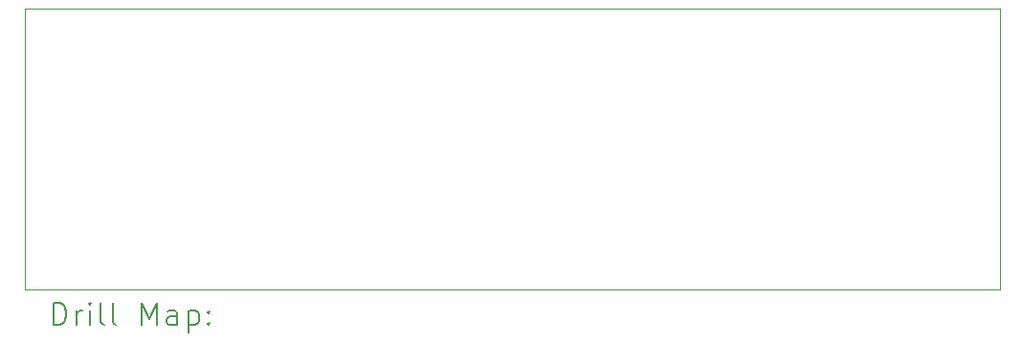
<source format=gbr>
%FSLAX45Y45*%
G04 Gerber Fmt 4.5, Leading zero omitted, Abs format (unit mm)*
G04 Created by KiCad (PCBNEW (6.0.1)) date 2022-02-18 16:06:46*
%MOMM*%
%LPD*%
G01*
G04 APERTURE LIST*
%TA.AperFunction,Profile*%
%ADD10C,0.100000*%
%TD*%
%ADD11C,0.200000*%
G04 APERTURE END LIST*
D10*
X5207000Y-6299200D02*
X13830300Y-6299200D01*
X13830300Y-6299200D02*
X13830300Y-8788400D01*
X13830300Y-8788400D02*
X5207000Y-8788400D01*
X5207000Y-8788400D02*
X5207000Y-6299200D01*
D11*
X5459619Y-9103876D02*
X5459619Y-8903876D01*
X5507238Y-8903876D01*
X5535810Y-8913400D01*
X5554857Y-8932448D01*
X5564381Y-8951495D01*
X5573905Y-8989590D01*
X5573905Y-9018162D01*
X5564381Y-9056257D01*
X5554857Y-9075305D01*
X5535810Y-9094352D01*
X5507238Y-9103876D01*
X5459619Y-9103876D01*
X5659619Y-9103876D02*
X5659619Y-8970543D01*
X5659619Y-9008638D02*
X5669143Y-8989590D01*
X5678667Y-8980067D01*
X5697714Y-8970543D01*
X5716762Y-8970543D01*
X5783428Y-9103876D02*
X5783428Y-8970543D01*
X5783428Y-8903876D02*
X5773905Y-8913400D01*
X5783428Y-8922924D01*
X5792952Y-8913400D01*
X5783428Y-8903876D01*
X5783428Y-8922924D01*
X5907238Y-9103876D02*
X5888190Y-9094352D01*
X5878667Y-9075305D01*
X5878667Y-8903876D01*
X6012000Y-9103876D02*
X5992952Y-9094352D01*
X5983428Y-9075305D01*
X5983428Y-8903876D01*
X6240571Y-9103876D02*
X6240571Y-8903876D01*
X6307238Y-9046733D01*
X6373905Y-8903876D01*
X6373905Y-9103876D01*
X6554857Y-9103876D02*
X6554857Y-8999114D01*
X6545333Y-8980067D01*
X6526286Y-8970543D01*
X6488190Y-8970543D01*
X6469143Y-8980067D01*
X6554857Y-9094352D02*
X6535809Y-9103876D01*
X6488190Y-9103876D01*
X6469143Y-9094352D01*
X6459619Y-9075305D01*
X6459619Y-9056257D01*
X6469143Y-9037210D01*
X6488190Y-9027686D01*
X6535809Y-9027686D01*
X6554857Y-9018162D01*
X6650095Y-8970543D02*
X6650095Y-9170543D01*
X6650095Y-8980067D02*
X6669143Y-8970543D01*
X6707238Y-8970543D01*
X6726286Y-8980067D01*
X6735809Y-8989590D01*
X6745333Y-9008638D01*
X6745333Y-9065781D01*
X6735809Y-9084829D01*
X6726286Y-9094352D01*
X6707238Y-9103876D01*
X6669143Y-9103876D01*
X6650095Y-9094352D01*
X6831048Y-9084829D02*
X6840571Y-9094352D01*
X6831048Y-9103876D01*
X6821524Y-9094352D01*
X6831048Y-9084829D01*
X6831048Y-9103876D01*
X6831048Y-8980067D02*
X6840571Y-8989590D01*
X6831048Y-8999114D01*
X6821524Y-8989590D01*
X6831048Y-8980067D01*
X6831048Y-8999114D01*
M02*

</source>
